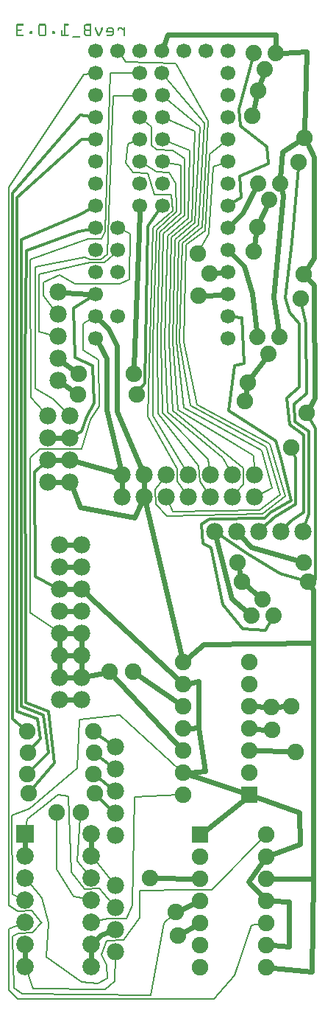
<source format=gbl>
G04 MADE WITH FRITZING*
G04 WWW.FRITZING.ORG*
G04 DOUBLE SIDED*
G04 HOLES PLATED*
G04 CONTOUR ON CENTER OF CONTOUR VECTOR*
%ASAXBY*%
%FSLAX23Y23*%
%MOIN*%
%OFA0B0*%
%SFA1.0B1.0*%
%ADD10C,0.078000*%
%ADD11C,0.075000*%
%ADD12C,0.079370*%
%ADD13C,0.074000*%
%ADD14C,0.066667*%
%ADD15R,0.079370X0.079370*%
%ADD16R,0.075000X0.075000*%
%ADD17C,0.008000*%
%ADD18C,0.024000*%
%ADD19C,0.012000*%
%ADD20C,0.007000*%
%ADD21C,0.006000*%
%ADD22R,0.001000X0.001000*%
%LNCOPPER0*%
G90*
G70*
G54D10*
X237Y3210D03*
X237Y3110D03*
X237Y3010D03*
X237Y2910D03*
X237Y2810D03*
X528Y2285D03*
X628Y2285D03*
X728Y2285D03*
X828Y2285D03*
X928Y2285D03*
X1028Y2285D03*
X1128Y2285D03*
X528Y2285D03*
X628Y2285D03*
X728Y2285D03*
X828Y2285D03*
X928Y2285D03*
X1028Y2285D03*
X1128Y2285D03*
X1128Y2385D03*
X1028Y2385D03*
X928Y2385D03*
X828Y2385D03*
X728Y2385D03*
X628Y2385D03*
X528Y2385D03*
G54D11*
X330Y2841D03*
X580Y2841D03*
X328Y2748D03*
X593Y2748D03*
G54D10*
X245Y2069D03*
X245Y1969D03*
X245Y1869D03*
X245Y1769D03*
X245Y1669D03*
X245Y1569D03*
X245Y1469D03*
X245Y1369D03*
X245Y2069D03*
X245Y1969D03*
X245Y1869D03*
X245Y1769D03*
X245Y1669D03*
X245Y1569D03*
X245Y1469D03*
X245Y1369D03*
X345Y1369D03*
X345Y1469D03*
X345Y1569D03*
X345Y1669D03*
X345Y1769D03*
X345Y1869D03*
X345Y1969D03*
X345Y2069D03*
G54D12*
X89Y762D03*
X389Y762D03*
X89Y662D03*
X389Y662D03*
X89Y562D03*
X389Y562D03*
X89Y462D03*
X389Y462D03*
X89Y362D03*
X389Y362D03*
X89Y262D03*
X389Y262D03*
X89Y162D03*
X389Y162D03*
G54D10*
X292Y2351D03*
X292Y2451D03*
X292Y2551D03*
X292Y2651D03*
X292Y2351D03*
X292Y2451D03*
X292Y2551D03*
X292Y2651D03*
X192Y2651D03*
X192Y2551D03*
X192Y2451D03*
X192Y2351D03*
G54D11*
X577Y1494D03*
X341Y857D03*
G54D13*
X1226Y4291D03*
X1176Y4216D03*
X1126Y4291D03*
G54D11*
X781Y300D03*
X1294Y1336D03*
G54D13*
X1244Y3701D03*
X1194Y3626D03*
X1144Y3701D03*
G54D11*
X1208Y1230D03*
X772Y407D03*
G54D13*
X1116Y1747D03*
X1166Y1822D03*
X1216Y1747D03*
G54D11*
X873Y3194D03*
X656Y561D03*
G54D13*
X1242Y3007D03*
X1192Y2932D03*
X1142Y3007D03*
G54D11*
X926Y3294D03*
X1313Y1132D03*
X1329Y3796D03*
X1117Y4008D03*
X870Y3384D03*
X1203Y1335D03*
X1337Y3181D03*
X1124Y3393D03*
X232Y859D03*
X472Y1493D03*
X1350Y1989D03*
X1050Y1989D03*
X1296Y2507D03*
X1084Y2719D03*
X1143Y4121D03*
X1355Y3909D03*
X1140Y3504D03*
X1352Y3291D03*
X1071Y1900D03*
X1371Y1900D03*
X1099Y2802D03*
X1366Y2664D03*
X403Y943D03*
X103Y943D03*
X399Y1031D03*
X99Y1031D03*
X401Y1129D03*
X101Y1129D03*
X398Y1223D03*
X98Y1223D03*
X1106Y937D03*
X806Y937D03*
X1106Y1037D03*
X806Y1037D03*
X1106Y1137D03*
X806Y1137D03*
X1106Y1237D03*
X806Y1237D03*
X1106Y1337D03*
X806Y1337D03*
X1106Y1437D03*
X806Y1437D03*
X1106Y1537D03*
X806Y1537D03*
X882Y758D03*
X1182Y758D03*
X882Y658D03*
X1182Y658D03*
X882Y558D03*
X1182Y558D03*
X882Y458D03*
X1182Y458D03*
X882Y358D03*
X1182Y358D03*
X882Y258D03*
X1182Y258D03*
X882Y158D03*
X1182Y158D03*
G54D10*
X497Y228D03*
X497Y328D03*
X497Y428D03*
X497Y528D03*
X947Y2128D03*
X1047Y2128D03*
X1147Y2128D03*
X1247Y2128D03*
X1347Y2128D03*
X497Y753D03*
X497Y853D03*
X497Y953D03*
X497Y1053D03*
X497Y1153D03*
G54D14*
X408Y4300D03*
X408Y4200D03*
X408Y4100D03*
X408Y4000D03*
X408Y3900D03*
X408Y3800D03*
X408Y3700D03*
X408Y3600D03*
X408Y3500D03*
X408Y3400D03*
X408Y3300D03*
X408Y3200D03*
X408Y3100D03*
X408Y3000D03*
X508Y3100D03*
X1008Y4300D03*
X1008Y4200D03*
X1008Y4100D03*
X1008Y4000D03*
X1008Y3900D03*
X1008Y3800D03*
X1008Y3700D03*
X1008Y3600D03*
X1008Y3500D03*
X1008Y3400D03*
X1008Y3300D03*
X1008Y3200D03*
X1008Y3100D03*
X1008Y3000D03*
X508Y3400D03*
X508Y3300D03*
X508Y3500D03*
X808Y4300D03*
X908Y4300D03*
X708Y4300D03*
X508Y4300D03*
X608Y4300D03*
X408Y4300D03*
X408Y4200D03*
X408Y4100D03*
X408Y4000D03*
X408Y3900D03*
X408Y3800D03*
X408Y3700D03*
X408Y3600D03*
X408Y3500D03*
X408Y3400D03*
X408Y3300D03*
X408Y3200D03*
X408Y3100D03*
X408Y3000D03*
X508Y3100D03*
X1008Y4300D03*
X1008Y4200D03*
X1008Y4100D03*
X1008Y4000D03*
X1008Y3900D03*
X1008Y3800D03*
X1008Y3700D03*
X1008Y3600D03*
X1008Y3500D03*
X1008Y3400D03*
X1008Y3300D03*
X1008Y3200D03*
X1008Y3100D03*
X1008Y3000D03*
X508Y3400D03*
X508Y3300D03*
X508Y3500D03*
X808Y4300D03*
X908Y4300D03*
X708Y4300D03*
X508Y4300D03*
X608Y4300D03*
X608Y4200D03*
X608Y4200D03*
X708Y4200D03*
X708Y4200D03*
X710Y4100D03*
X710Y4000D03*
X710Y3900D03*
X710Y3800D03*
X710Y3700D03*
X710Y3600D03*
X710Y4100D03*
X710Y4000D03*
X710Y3900D03*
X710Y3800D03*
X710Y3700D03*
X710Y3600D03*
X608Y4100D03*
X608Y4000D03*
X608Y3900D03*
X608Y3800D03*
X608Y3700D03*
X608Y3600D03*
X608Y4100D03*
X608Y4000D03*
X608Y3900D03*
X608Y3800D03*
X608Y3700D03*
X608Y3600D03*
G54D15*
X89Y762D03*
G54D16*
X1106Y937D03*
X882Y758D03*
G54D17*
X372Y581D02*
X325Y636D01*
D02*
X325Y636D02*
X339Y834D01*
G54D18*
D02*
X304Y2764D02*
X262Y2793D01*
G54D17*
D02*
X544Y4250D02*
X523Y4280D01*
D02*
X771Y4244D02*
X544Y4250D01*
D02*
X919Y3985D02*
X771Y4244D01*
D02*
X891Y3504D02*
X919Y3985D01*
D02*
X800Y3432D02*
X891Y3504D01*
D02*
X789Y2986D02*
X800Y3432D01*
D02*
X837Y2697D02*
X789Y2986D01*
D02*
X1181Y2510D02*
X837Y2697D01*
D02*
X1243Y2293D02*
X1181Y2510D01*
D02*
X1152Y2224D02*
X1243Y2293D01*
D02*
X759Y2217D02*
X1152Y2224D01*
D02*
X739Y2263D02*
X759Y2217D01*
D02*
X880Y2354D02*
X876Y2424D01*
D02*
X876Y2424D02*
X691Y2660D01*
D02*
X914Y2305D02*
X880Y2354D01*
D02*
X691Y2660D02*
X687Y2987D01*
D02*
X687Y2987D02*
X698Y3482D01*
D02*
X698Y3482D02*
X793Y3567D01*
D02*
X793Y3567D02*
X793Y3784D01*
D02*
X793Y3784D02*
X734Y3795D01*
G54D18*
D02*
X245Y1599D02*
X245Y1639D01*
D02*
X423Y2973D02*
X459Y2910D01*
D02*
X459Y2910D02*
X459Y2676D01*
D02*
X459Y2676D02*
X521Y2414D01*
D02*
X1074Y3569D02*
X1029Y3522D01*
D02*
X1131Y3677D02*
X1074Y3569D01*
G54D17*
D02*
X554Y3882D02*
X584Y3892D01*
D02*
X543Y3793D02*
X554Y3882D01*
D02*
X578Y3752D02*
X543Y3793D01*
D02*
X643Y3748D02*
X578Y3752D01*
D02*
X674Y3650D02*
X643Y3748D01*
D02*
X750Y3652D02*
X674Y3650D01*
D02*
X757Y3579D02*
X750Y3652D01*
D02*
X667Y3500D02*
X757Y3579D01*
D02*
X654Y2991D02*
X667Y3500D01*
D02*
X646Y2647D02*
X654Y2991D01*
D02*
X778Y2411D02*
X646Y2647D01*
D02*
X778Y2353D02*
X778Y2411D01*
D02*
X814Y2305D02*
X778Y2353D01*
G54D18*
D02*
X1136Y3475D02*
X1129Y3422D01*
D02*
X314Y2069D02*
X275Y2069D01*
D02*
X374Y1474D02*
X443Y1488D01*
D02*
X345Y1599D02*
X345Y1639D01*
D02*
X314Y1369D02*
X275Y1369D01*
D02*
X345Y1499D02*
X345Y1539D01*
D02*
X528Y2355D02*
X528Y2315D01*
D02*
X1116Y2826D02*
X1177Y2910D01*
G54D19*
D02*
X1100Y2024D02*
X968Y2114D01*
D02*
X1244Y1939D02*
X1100Y2024D01*
D02*
X1349Y1907D02*
X1244Y1939D01*
G54D18*
D02*
X854Y558D02*
X684Y561D01*
G54D17*
D02*
X350Y2948D02*
X350Y3067D01*
D02*
X350Y3067D02*
X386Y3087D01*
D02*
X422Y2903D02*
X350Y2948D01*
D02*
X425Y2695D02*
X422Y2903D01*
D02*
X386Y2633D02*
X425Y2695D01*
D02*
X343Y2502D02*
X386Y2633D01*
D02*
X154Y2500D02*
X343Y2502D01*
D02*
X111Y2460D02*
X154Y2500D01*
D02*
X111Y1761D02*
X111Y2460D01*
D02*
X224Y1683D02*
X111Y1761D01*
G54D18*
D02*
X906Y1044D02*
X834Y1039D01*
D02*
X873Y1241D02*
X906Y1044D01*
D02*
X834Y1239D02*
X873Y1241D01*
G54D19*
D02*
X384Y3495D02*
X330Y3484D01*
D02*
X330Y3484D02*
X93Y3398D01*
D02*
X93Y3398D02*
X89Y2893D01*
D02*
X89Y2893D02*
X90Y1353D01*
D02*
X90Y1353D02*
X195Y1314D01*
D02*
X195Y1314D02*
X222Y1080D01*
D02*
X222Y1080D02*
X118Y961D01*
G54D18*
D02*
X1079Y946D02*
X833Y1028D01*
G54D19*
D02*
X1313Y2460D02*
X1306Y2480D01*
D02*
X1315Y2250D02*
X1313Y2460D01*
D02*
X1222Y2195D02*
X1315Y2250D01*
D02*
X1166Y2144D02*
X1222Y2195D01*
G54D18*
D02*
X89Y693D02*
X89Y731D01*
D02*
X581Y2870D02*
X609Y3569D01*
D02*
X469Y317D02*
X433Y304D01*
D02*
X433Y304D02*
X411Y283D01*
D02*
X786Y1158D02*
X491Y1472D01*
D02*
X314Y1669D02*
X275Y1669D01*
D02*
X389Y693D02*
X389Y731D01*
G54D17*
D02*
X482Y547D02*
X405Y643D01*
G54D19*
D02*
X1071Y3095D02*
X1033Y3098D01*
D02*
X1080Y2886D02*
X1071Y3095D01*
D02*
X1037Y2878D02*
X1080Y2886D01*
D02*
X1011Y2673D02*
X1037Y2878D01*
D02*
X1224Y2539D02*
X1011Y2673D01*
D02*
X1248Y2456D02*
X1224Y2539D01*
D02*
X1293Y2267D02*
X1248Y2456D01*
D02*
X1202Y2213D02*
X1293Y2267D01*
D02*
X1174Y2189D02*
X1202Y2213D01*
D02*
X925Y2184D02*
X1174Y2189D01*
D02*
X889Y2161D02*
X925Y2184D01*
D02*
X896Y2074D02*
X889Y2161D01*
D02*
X931Y2054D02*
X896Y2074D01*
D02*
X985Y1798D02*
X931Y2054D01*
D02*
X1074Y1686D02*
X985Y1798D01*
D02*
X1178Y1682D02*
X1074Y1686D01*
D02*
X1205Y1728D02*
X1178Y1682D01*
D02*
X133Y1923D02*
X222Y1879D01*
D02*
X131Y2398D02*
X133Y1923D01*
D02*
X173Y2435D02*
X131Y2398D01*
D02*
X383Y4003D02*
X339Y4010D01*
D02*
X339Y4010D02*
X31Y3656D01*
D02*
X31Y3656D02*
X30Y2943D01*
D02*
X30Y2943D02*
X30Y1282D01*
D02*
X30Y1282D02*
X80Y1238D01*
G54D18*
D02*
X366Y1848D02*
X785Y1456D01*
D02*
X262Y2551D02*
X222Y2551D01*
D02*
X1285Y454D02*
X1211Y457D01*
D02*
X1285Y250D02*
X1285Y454D01*
D02*
X1211Y256D02*
X1285Y250D01*
D02*
X1111Y2058D02*
X1067Y2106D01*
D02*
X1322Y1997D02*
X1111Y2058D01*
G54D17*
D02*
X680Y2252D02*
X730Y2197D01*
D02*
X730Y2197D02*
X1163Y2208D01*
D02*
X678Y2317D02*
X680Y2252D01*
D02*
X1163Y2208D02*
X1267Y2286D01*
D02*
X714Y2365D02*
X678Y2317D01*
D02*
X1267Y2286D02*
X1198Y2524D01*
D02*
X1198Y2524D02*
X869Y2700D01*
D02*
X869Y2700D02*
X807Y2984D01*
D02*
X807Y2984D02*
X817Y3424D01*
D02*
X817Y3424D02*
X906Y3487D01*
D02*
X906Y3487D02*
X926Y3835D01*
D02*
X926Y3835D02*
X988Y3884D01*
G54D18*
D02*
X499Y2393D02*
X321Y2443D01*
D02*
X1152Y3530D02*
X1183Y3601D01*
D02*
X89Y231D02*
X89Y193D01*
D02*
X1364Y4298D02*
X1356Y3938D01*
D02*
X1253Y4292D02*
X1364Y4298D01*
D02*
X245Y1499D02*
X245Y1539D01*
D02*
X314Y1569D02*
X275Y1569D01*
G54D17*
D02*
X1127Y2410D02*
X1124Y2471D01*
D02*
X1124Y2471D02*
X780Y2678D01*
D02*
X780Y2678D02*
X757Y2987D01*
D02*
X757Y2987D02*
X769Y3447D01*
D02*
X769Y3447D02*
X859Y3523D01*
D02*
X859Y3523D02*
X881Y3956D01*
D02*
X881Y3956D02*
X729Y4084D01*
G54D18*
D02*
X1174Y1335D02*
X1135Y1336D01*
D02*
X782Y1353D02*
X601Y1478D01*
G54D19*
D02*
X383Y3901D02*
X344Y3902D01*
D02*
X344Y3902D02*
X50Y3639D01*
D02*
X50Y3639D02*
X50Y2922D01*
D02*
X50Y2922D02*
X51Y1313D01*
D02*
X51Y1313D02*
X144Y1281D01*
D02*
X144Y1281D02*
X159Y1191D01*
D02*
X159Y1191D02*
X117Y1146D01*
G54D18*
D02*
X616Y2413D02*
X504Y2671D01*
D02*
X504Y2671D02*
X504Y2969D01*
D02*
X504Y2969D02*
X463Y3048D01*
D02*
X463Y3048D02*
X430Y3079D01*
D02*
X1137Y4093D02*
X1124Y4036D01*
D02*
X1094Y2774D02*
X1089Y2747D01*
G54D19*
D02*
X479Y870D02*
X419Y927D01*
G54D18*
D02*
X1133Y927D02*
X1330Y858D01*
D02*
X1330Y858D02*
X1333Y713D01*
D02*
X1333Y713D02*
X1209Y667D01*
G54D17*
D02*
X333Y1276D02*
X519Y1298D01*
D02*
X519Y1298D02*
X789Y1052D01*
D02*
X326Y1058D02*
X333Y1276D01*
D02*
X108Y873D02*
X326Y1058D01*
D02*
X28Y843D02*
X108Y873D01*
D02*
X31Y487D02*
X28Y843D01*
D02*
X66Y472D02*
X31Y487D01*
G54D18*
D02*
X1258Y3648D02*
X1251Y3675D01*
D02*
X1214Y3189D02*
X1258Y3648D01*
D02*
X1238Y3034D02*
X1214Y3189D01*
G54D17*
D02*
X159Y874D02*
X98Y826D01*
D02*
X98Y826D02*
X92Y787D01*
D02*
X237Y936D02*
X159Y874D01*
D02*
X283Y931D02*
X237Y936D01*
D02*
X297Y589D02*
X283Y931D01*
D02*
X358Y511D02*
X297Y589D01*
D02*
X424Y513D02*
X358Y511D01*
D02*
X481Y447D02*
X424Y513D01*
G54D18*
D02*
X1266Y1336D02*
X1231Y1335D01*
D02*
X628Y2315D02*
X628Y2355D01*
D02*
X262Y2451D02*
X222Y2451D01*
D02*
X314Y1969D02*
X275Y1969D01*
D02*
X799Y1565D02*
X635Y2256D01*
G54D20*
D02*
X717Y359D02*
X754Y391D01*
D02*
X657Y32D02*
X717Y359D01*
D02*
X76Y36D02*
X657Y32D01*
D02*
X37Y65D02*
X76Y36D01*
D02*
X30Y299D02*
X37Y65D01*
D02*
X58Y311D02*
X30Y299D01*
D02*
X122Y313D02*
X58Y311D01*
D02*
X163Y361D02*
X122Y313D01*
D02*
X117Y413D02*
X162Y361D01*
D02*
X53Y411D02*
X117Y413D01*
D02*
X13Y436D02*
X53Y411D01*
D02*
X13Y2966D02*
X13Y436D01*
D02*
X15Y3684D02*
X13Y2966D01*
D02*
X353Y4195D02*
X15Y3684D01*
D02*
X383Y4197D02*
X353Y4195D01*
G54D18*
D02*
X262Y2351D02*
X222Y2351D01*
D02*
X978Y3297D02*
X955Y3296D01*
G54D17*
D02*
X1045Y2304D02*
X1078Y2342D01*
D02*
X1078Y2342D02*
X1078Y2413D01*
D02*
X1078Y2413D02*
X757Y2673D01*
D02*
X757Y2673D02*
X741Y2987D01*
D02*
X741Y2987D02*
X750Y3456D01*
D02*
X750Y3456D02*
X843Y3534D01*
D02*
X843Y3534D02*
X859Y3937D01*
D02*
X859Y3937D02*
X733Y3990D01*
G54D18*
D02*
X1081Y3328D02*
X1119Y3203D01*
D02*
X1119Y3203D02*
X1139Y3034D01*
D02*
X1030Y3378D02*
X1081Y3328D01*
G54D17*
D02*
X783Y936D02*
X586Y928D01*
D02*
X586Y928D02*
X574Y436D01*
D02*
X574Y436D02*
X549Y378D01*
D02*
X549Y378D02*
X464Y378D01*
D02*
X464Y378D02*
X413Y367D01*
G54D18*
D02*
X1397Y3820D02*
X1367Y3883D01*
D02*
X1397Y3364D02*
X1397Y3820D01*
D02*
X1367Y3316D02*
X1397Y3364D01*
D02*
X1179Y1232D02*
X1134Y1235D01*
G54D19*
D02*
X309Y3137D02*
X387Y3186D01*
D02*
X315Y2915D02*
X309Y3137D01*
D02*
X394Y2878D02*
X315Y2915D01*
D02*
X400Y2706D02*
X394Y2878D01*
D02*
X367Y2647D02*
X400Y2706D01*
D02*
X343Y2580D02*
X367Y2647D01*
D02*
X313Y2563D02*
X343Y2580D01*
G54D17*
D02*
X1016Y2406D02*
X983Y2460D01*
D02*
X983Y2460D02*
X733Y2669D01*
D02*
X733Y2669D02*
X722Y2989D01*
D02*
X722Y2989D02*
X733Y3465D01*
D02*
X733Y3465D02*
X828Y3545D01*
D02*
X828Y3545D02*
X835Y3850D01*
D02*
X835Y3850D02*
X733Y3891D01*
G54D18*
D02*
X1152Y4148D02*
X1167Y4191D01*
G54D19*
D02*
X1403Y1911D02*
X1393Y1908D01*
D02*
X1403Y2595D02*
X1403Y1911D01*
D02*
X1376Y2644D02*
X1403Y2595D01*
G54D17*
D02*
X661Y3958D02*
X628Y3984D01*
D02*
X661Y3873D02*
X661Y3958D01*
D02*
X683Y3854D02*
X661Y3873D01*
D02*
X759Y3850D02*
X683Y3854D01*
D02*
X811Y3815D02*
X759Y3850D01*
D02*
X810Y3557D02*
X811Y3815D01*
D02*
X715Y3474D02*
X810Y3557D01*
D02*
X706Y2993D02*
X715Y3474D01*
D02*
X711Y2663D02*
X706Y2993D01*
D02*
X919Y2454D02*
X711Y2663D01*
D02*
X925Y2409D02*
X919Y2454D01*
G54D19*
D02*
X1297Y3434D02*
X1327Y3773D01*
D02*
X1267Y3184D02*
X1297Y3434D01*
D02*
X1289Y3119D02*
X1267Y3184D01*
D02*
X1330Y3067D02*
X1289Y3119D01*
D02*
X1331Y2780D02*
X1330Y3067D01*
D02*
X1276Y2730D02*
X1331Y2780D01*
D02*
X1289Y2610D02*
X1276Y2730D01*
D02*
X1350Y2563D02*
X1289Y2610D01*
D02*
X1352Y2215D02*
X1350Y2563D01*
D02*
X1300Y2182D02*
X1352Y2215D01*
D02*
X1264Y2146D02*
X1300Y2182D01*
G54D18*
D02*
X873Y1241D02*
X834Y1239D01*
D02*
X873Y1450D02*
X873Y1241D01*
D02*
X834Y1442D02*
X873Y1450D01*
G54D19*
D02*
X477Y1167D02*
X416Y1210D01*
D02*
X695Y3580D02*
X643Y3508D01*
D02*
X643Y3508D02*
X630Y2798D01*
D02*
X630Y2798D02*
X606Y2767D01*
G54D18*
D02*
X267Y3208D02*
X378Y3202D01*
G54D19*
D02*
X1361Y3069D02*
X1342Y3159D01*
D02*
X1365Y2752D02*
X1361Y3069D01*
D02*
X1309Y2704D02*
X1365Y2752D01*
D02*
X1311Y2623D02*
X1309Y2704D01*
D02*
X1374Y2582D02*
X1311Y2623D01*
D02*
X1376Y2206D02*
X1374Y2582D01*
D02*
X1356Y2151D02*
X1376Y2206D01*
G54D18*
D02*
X857Y344D02*
X805Y314D01*
D02*
X339Y2237D02*
X583Y2191D01*
D02*
X583Y2191D02*
X615Y2258D01*
D02*
X303Y2323D02*
X339Y2237D01*
D02*
X307Y2858D02*
X261Y2892D01*
D02*
X856Y446D02*
X798Y419D01*
D02*
X1389Y139D02*
X1211Y155D01*
D02*
X1393Y558D02*
X1389Y139D01*
D02*
X1211Y558D02*
X1393Y558D01*
D02*
X1393Y558D02*
X1394Y1625D01*
D02*
X1394Y1625D02*
X1393Y1865D01*
D02*
X1393Y1865D02*
X1386Y1876D01*
D02*
X1394Y1625D02*
X898Y1617D01*
D02*
X898Y1617D02*
X828Y1556D01*
G54D17*
D02*
X230Y602D02*
X231Y836D01*
D02*
X307Y476D02*
X230Y602D01*
D02*
X364Y467D02*
X307Y476D01*
G54D21*
D02*
X449Y3343D02*
X490Y3382D01*
D02*
X386Y3343D02*
X449Y3343D01*
D02*
X350Y3339D02*
X386Y3343D01*
D02*
X151Y3291D02*
X350Y3339D01*
D02*
X151Y3030D02*
X151Y3291D01*
D02*
X213Y3015D02*
X151Y3030D01*
G54D19*
D02*
X1029Y3614D02*
X1067Y3639D01*
D02*
X1067Y3639D02*
X1061Y3734D01*
D02*
X1061Y3734D02*
X1192Y3792D01*
D02*
X1192Y3792D02*
X1186Y3867D01*
D02*
X1186Y3867D02*
X1064Y3961D01*
D02*
X1064Y3961D02*
X1058Y4036D01*
D02*
X1058Y4036D02*
X1121Y4270D01*
D02*
X478Y968D02*
X417Y1016D01*
G54D17*
D02*
X1151Y2295D02*
X1209Y2323D01*
D02*
X1209Y2323D02*
X1161Y2493D01*
D02*
X1161Y2493D02*
X807Y2686D01*
D02*
X807Y2686D02*
X774Y2987D01*
D02*
X774Y2987D02*
X783Y3439D01*
D02*
X783Y3439D02*
X874Y3513D01*
D02*
X874Y3513D02*
X900Y3973D01*
D02*
X900Y3973D02*
X726Y4181D01*
G54D21*
D02*
X215Y2728D02*
X275Y2668D01*
D02*
X133Y2774D02*
X215Y2728D01*
D02*
X133Y3324D02*
X133Y2774D01*
D02*
X359Y3367D02*
X133Y3324D01*
D02*
X386Y3356D02*
X359Y3367D01*
D02*
X430Y3357D02*
X386Y3356D01*
D02*
X461Y3382D02*
X430Y3357D01*
D02*
X487Y4098D02*
X461Y3382D01*
D02*
X583Y4099D02*
X487Y4098D01*
G54D17*
D02*
X497Y204D02*
X496Y95D01*
D02*
X496Y95D02*
X452Y56D01*
D02*
X452Y56D02*
X126Y61D01*
D02*
X126Y61D02*
X97Y139D01*
G54D18*
D02*
X314Y1869D02*
X275Y1869D01*
G54D17*
D02*
X1166Y741D02*
X936Y509D01*
D02*
X936Y509D02*
X828Y509D01*
D02*
X828Y509D02*
X608Y503D01*
D02*
X608Y503D02*
X608Y381D01*
D02*
X608Y381D02*
X533Y280D01*
D02*
X533Y280D02*
X457Y276D01*
D02*
X457Y276D02*
X436Y214D01*
D02*
X461Y106D02*
X419Y84D01*
D02*
X436Y214D02*
X457Y167D01*
D02*
X457Y167D02*
X461Y106D01*
D02*
X419Y84D02*
X346Y91D01*
D02*
X346Y91D02*
X183Y204D01*
D02*
X183Y204D02*
X194Y358D01*
D02*
X194Y358D02*
X165Y471D01*
D02*
X165Y471D02*
X105Y543D01*
G54D18*
D02*
X1163Y478D02*
X1100Y545D01*
D02*
X1100Y545D02*
X1165Y634D01*
D02*
X1084Y919D02*
X904Y775D01*
G54D17*
D02*
X222Y3129D02*
X171Y3193D01*
D02*
X171Y3193D02*
X171Y3253D01*
D02*
X171Y3253D02*
X244Y3288D01*
D02*
X244Y3288D02*
X314Y3249D01*
D02*
X314Y3249D02*
X517Y3246D01*
D02*
X517Y3246D02*
X561Y3266D01*
D02*
X561Y3266D02*
X564Y3475D01*
D02*
X564Y3475D02*
X531Y3490D01*
G54D19*
D02*
X115Y1047D02*
X193Y1128D01*
D02*
X193Y1128D02*
X170Y1299D01*
D02*
X170Y1299D02*
X70Y1337D01*
D02*
X70Y1337D02*
X70Y2907D01*
D02*
X70Y2907D02*
X70Y3447D01*
D02*
X70Y3447D02*
X337Y3561D01*
D02*
X337Y3561D02*
X386Y3588D01*
G54D18*
D02*
X314Y1469D02*
X275Y1469D01*
D02*
X1397Y3242D02*
X1372Y3270D01*
D02*
X1400Y2730D02*
X1397Y3242D01*
D02*
X1379Y2689D02*
X1400Y2730D01*
D02*
X389Y231D02*
X389Y193D01*
D02*
X1093Y1882D02*
X1145Y1839D01*
G54D19*
D02*
X478Y1068D02*
X419Y1115D01*
G54D18*
D02*
X1065Y1928D02*
X1057Y1961D01*
D02*
X902Y3195D02*
X978Y3198D01*
G54D20*
D02*
X583Y4200D02*
X475Y4201D01*
D02*
X475Y4201D02*
X452Y3484D01*
D02*
X452Y3484D02*
X436Y3451D01*
D02*
X436Y3451D02*
X375Y3450D01*
X375Y3450D02*
X111Y3358D01*
D02*
X111Y3358D02*
X115Y2734D01*
D02*
X115Y2734D02*
X175Y2669D01*
G54D18*
D02*
X1253Y3845D02*
X1246Y3728D01*
D02*
X1331Y3894D02*
X1253Y3845D01*
G54D17*
D02*
X1115Y348D02*
X1159Y354D01*
D02*
X1037Y121D02*
X1115Y348D01*
D02*
X943Y15D02*
X1037Y121D01*
D02*
X54Y15D02*
X943Y15D01*
D02*
X14Y53D02*
X54Y15D01*
D02*
X14Y331D02*
X14Y53D01*
D02*
X65Y352D02*
X14Y331D01*
G54D18*
D02*
X314Y1769D02*
X275Y1769D01*
G54D17*
D02*
X685Y3754D02*
X630Y3787D01*
D02*
X741Y3752D02*
X685Y3754D01*
D02*
X772Y3702D02*
X741Y3752D01*
D02*
X775Y3574D02*
X772Y3702D01*
D02*
X683Y3491D02*
X775Y3574D01*
D02*
X669Y2991D02*
X683Y3491D01*
D02*
X669Y2652D02*
X669Y2991D01*
D02*
X816Y2406D02*
X669Y2652D01*
D02*
X942Y3778D02*
X922Y3475D01*
D02*
X922Y3475D02*
X882Y3404D01*
D02*
X984Y3792D02*
X942Y3778D01*
G54D18*
D02*
X1225Y4375D02*
X1226Y4318D01*
D02*
X733Y4373D02*
X1225Y4375D01*
D02*
X718Y4329D02*
X733Y4373D01*
D02*
X1026Y1824D02*
X955Y2099D01*
D02*
X1095Y1764D02*
X1026Y1824D01*
D02*
X1285Y1133D02*
X1135Y1136D01*
G54D22*
X51Y4422D02*
X79Y4422D01*
X153Y4422D02*
X179Y4422D01*
X266Y4422D02*
X284Y4422D01*
X364Y4422D02*
X388Y4422D01*
X49Y4421D02*
X80Y4421D01*
X152Y4421D02*
X181Y4421D01*
X266Y4421D02*
X285Y4421D01*
X362Y4421D02*
X388Y4421D01*
X48Y4420D02*
X81Y4420D01*
X151Y4420D02*
X182Y4420D01*
X266Y4420D02*
X286Y4420D01*
X360Y4420D02*
X388Y4420D01*
X48Y4419D02*
X81Y4419D01*
X150Y4419D02*
X182Y4419D01*
X266Y4419D02*
X286Y4419D01*
X359Y4419D02*
X388Y4419D01*
X47Y4418D02*
X81Y4418D01*
X150Y4418D02*
X183Y4418D01*
X266Y4418D02*
X286Y4418D01*
X358Y4418D02*
X388Y4418D01*
X47Y4417D02*
X80Y4417D01*
X149Y4417D02*
X183Y4417D01*
X266Y4417D02*
X285Y4417D01*
X357Y4417D02*
X388Y4417D01*
X47Y4416D02*
X79Y4416D01*
X149Y4416D02*
X183Y4416D01*
X266Y4416D02*
X284Y4416D01*
X356Y4416D02*
X388Y4416D01*
X47Y4415D02*
X53Y4415D01*
X149Y4415D02*
X155Y4415D01*
X177Y4415D02*
X183Y4415D01*
X266Y4415D02*
X272Y4415D01*
X356Y4415D02*
X365Y4415D01*
X382Y4415D02*
X388Y4415D01*
X47Y4414D02*
X53Y4414D01*
X149Y4414D02*
X155Y4414D01*
X177Y4414D02*
X183Y4414D01*
X266Y4414D02*
X272Y4414D01*
X355Y4414D02*
X363Y4414D01*
X382Y4414D02*
X388Y4414D01*
X47Y4413D02*
X53Y4413D01*
X149Y4413D02*
X155Y4413D01*
X177Y4413D02*
X183Y4413D01*
X266Y4413D02*
X272Y4413D01*
X355Y4413D02*
X362Y4413D01*
X382Y4413D02*
X388Y4413D01*
X47Y4412D02*
X53Y4412D01*
X149Y4412D02*
X155Y4412D01*
X177Y4412D02*
X183Y4412D01*
X266Y4412D02*
X272Y4412D01*
X355Y4412D02*
X361Y4412D01*
X382Y4412D02*
X388Y4412D01*
X47Y4411D02*
X53Y4411D01*
X149Y4411D02*
X155Y4411D01*
X177Y4411D02*
X183Y4411D01*
X266Y4411D02*
X272Y4411D01*
X354Y4411D02*
X361Y4411D01*
X382Y4411D02*
X388Y4411D01*
X47Y4410D02*
X53Y4410D01*
X149Y4410D02*
X155Y4410D01*
X177Y4410D02*
X183Y4410D01*
X266Y4410D02*
X272Y4410D01*
X354Y4410D02*
X360Y4410D01*
X382Y4410D02*
X388Y4410D01*
X47Y4409D02*
X53Y4409D01*
X149Y4409D02*
X155Y4409D01*
X177Y4409D02*
X183Y4409D01*
X266Y4409D02*
X272Y4409D01*
X354Y4409D02*
X360Y4409D01*
X382Y4409D02*
X388Y4409D01*
X47Y4408D02*
X53Y4408D01*
X149Y4408D02*
X155Y4408D01*
X177Y4408D02*
X183Y4408D01*
X266Y4408D02*
X272Y4408D01*
X354Y4408D02*
X360Y4408D01*
X382Y4408D02*
X388Y4408D01*
X47Y4407D02*
X53Y4407D01*
X149Y4407D02*
X155Y4407D01*
X177Y4407D02*
X183Y4407D01*
X266Y4407D02*
X272Y4407D01*
X354Y4407D02*
X360Y4407D01*
X382Y4407D02*
X388Y4407D01*
X407Y4407D02*
X410Y4407D01*
X435Y4407D02*
X438Y4407D01*
X466Y4407D02*
X481Y4407D01*
X515Y4407D02*
X526Y4407D01*
X538Y4407D02*
X540Y4407D01*
X47Y4406D02*
X53Y4406D01*
X149Y4406D02*
X155Y4406D01*
X177Y4406D02*
X183Y4406D01*
X266Y4406D02*
X272Y4406D01*
X354Y4406D02*
X360Y4406D01*
X382Y4406D02*
X388Y4406D01*
X406Y4406D02*
X411Y4406D01*
X434Y4406D02*
X439Y4406D01*
X464Y4406D02*
X483Y4406D01*
X513Y4406D02*
X528Y4406D01*
X536Y4406D02*
X541Y4406D01*
X47Y4405D02*
X53Y4405D01*
X149Y4405D02*
X155Y4405D01*
X177Y4405D02*
X183Y4405D01*
X266Y4405D02*
X272Y4405D01*
X354Y4405D02*
X360Y4405D01*
X382Y4405D02*
X388Y4405D01*
X405Y4405D02*
X411Y4405D01*
X434Y4405D02*
X439Y4405D01*
X463Y4405D02*
X484Y4405D01*
X511Y4405D02*
X529Y4405D01*
X536Y4405D02*
X542Y4405D01*
X47Y4404D02*
X53Y4404D01*
X149Y4404D02*
X155Y4404D01*
X177Y4404D02*
X183Y4404D01*
X266Y4404D02*
X272Y4404D01*
X354Y4404D02*
X360Y4404D01*
X382Y4404D02*
X388Y4404D01*
X405Y4404D02*
X411Y4404D01*
X433Y4404D02*
X439Y4404D01*
X461Y4404D02*
X486Y4404D01*
X510Y4404D02*
X530Y4404D01*
X536Y4404D02*
X542Y4404D01*
X47Y4403D02*
X53Y4403D01*
X149Y4403D02*
X155Y4403D01*
X177Y4403D02*
X183Y4403D01*
X266Y4403D02*
X272Y4403D01*
X354Y4403D02*
X361Y4403D01*
X382Y4403D02*
X388Y4403D01*
X405Y4403D02*
X411Y4403D01*
X433Y4403D02*
X439Y4403D01*
X460Y4403D02*
X487Y4403D01*
X510Y4403D02*
X531Y4403D01*
X536Y4403D02*
X542Y4403D01*
X47Y4402D02*
X53Y4402D01*
X149Y4402D02*
X155Y4402D01*
X177Y4402D02*
X183Y4402D01*
X266Y4402D02*
X272Y4402D01*
X354Y4402D02*
X361Y4402D01*
X382Y4402D02*
X388Y4402D01*
X405Y4402D02*
X411Y4402D01*
X433Y4402D02*
X439Y4402D01*
X459Y4402D02*
X488Y4402D01*
X509Y4402D02*
X532Y4402D01*
X536Y4402D02*
X542Y4402D01*
X47Y4401D02*
X53Y4401D01*
X149Y4401D02*
X155Y4401D01*
X177Y4401D02*
X183Y4401D01*
X266Y4401D02*
X272Y4401D01*
X355Y4401D02*
X362Y4401D01*
X382Y4401D02*
X388Y4401D01*
X405Y4401D02*
X411Y4401D01*
X433Y4401D02*
X439Y4401D01*
X458Y4401D02*
X489Y4401D01*
X508Y4401D02*
X533Y4401D01*
X536Y4401D02*
X542Y4401D01*
X47Y4400D02*
X54Y4400D01*
X149Y4400D02*
X155Y4400D01*
X177Y4400D02*
X183Y4400D01*
X266Y4400D02*
X272Y4400D01*
X355Y4400D02*
X363Y4400D01*
X382Y4400D02*
X388Y4400D01*
X405Y4400D02*
X411Y4400D01*
X433Y4400D02*
X439Y4400D01*
X458Y4400D02*
X467Y4400D01*
X480Y4400D02*
X489Y4400D01*
X508Y4400D02*
X516Y4400D01*
X525Y4400D02*
X542Y4400D01*
X47Y4399D02*
X55Y4399D01*
X149Y4399D02*
X155Y4399D01*
X177Y4399D02*
X183Y4399D01*
X266Y4399D02*
X272Y4399D01*
X356Y4399D02*
X365Y4399D01*
X382Y4399D02*
X388Y4399D01*
X405Y4399D02*
X411Y4399D01*
X433Y4399D02*
X439Y4399D01*
X457Y4399D02*
X465Y4399D01*
X482Y4399D02*
X490Y4399D01*
X508Y4399D02*
X515Y4399D01*
X526Y4399D02*
X542Y4399D01*
X47Y4398D02*
X72Y4398D01*
X149Y4398D02*
X155Y4398D01*
X177Y4398D02*
X183Y4398D01*
X266Y4398D02*
X272Y4398D01*
X356Y4398D02*
X388Y4398D01*
X405Y4398D02*
X412Y4398D01*
X433Y4398D02*
X439Y4398D01*
X457Y4398D02*
X464Y4398D01*
X483Y4398D02*
X490Y4398D01*
X508Y4398D02*
X514Y4398D01*
X527Y4398D02*
X542Y4398D01*
X48Y4397D02*
X73Y4397D01*
X149Y4397D02*
X155Y4397D01*
X177Y4397D02*
X183Y4397D01*
X266Y4397D02*
X272Y4397D01*
X357Y4397D02*
X388Y4397D01*
X405Y4397D02*
X412Y4397D01*
X433Y4397D02*
X439Y4397D01*
X457Y4397D02*
X463Y4397D01*
X484Y4397D02*
X490Y4397D01*
X508Y4397D02*
X514Y4397D01*
X528Y4397D02*
X542Y4397D01*
X49Y4396D02*
X74Y4396D01*
X149Y4396D02*
X155Y4396D01*
X177Y4396D02*
X183Y4396D01*
X266Y4396D02*
X272Y4396D01*
X358Y4396D02*
X388Y4396D01*
X406Y4396D02*
X413Y4396D01*
X432Y4396D02*
X439Y4396D01*
X457Y4396D02*
X463Y4396D01*
X484Y4396D02*
X491Y4396D01*
X508Y4396D02*
X514Y4396D01*
X529Y4396D02*
X542Y4396D01*
X49Y4395D02*
X74Y4395D01*
X149Y4395D02*
X155Y4395D01*
X177Y4395D02*
X183Y4395D01*
X266Y4395D02*
X272Y4395D01*
X359Y4395D02*
X388Y4395D01*
X406Y4395D02*
X413Y4395D01*
X432Y4395D02*
X439Y4395D01*
X456Y4395D02*
X463Y4395D01*
X485Y4395D02*
X491Y4395D01*
X508Y4395D02*
X514Y4395D01*
X530Y4395D02*
X542Y4395D01*
X49Y4394D02*
X74Y4394D01*
X149Y4394D02*
X155Y4394D01*
X177Y4394D02*
X183Y4394D01*
X266Y4394D02*
X272Y4394D01*
X358Y4394D02*
X388Y4394D01*
X407Y4394D02*
X413Y4394D01*
X431Y4394D02*
X438Y4394D01*
X456Y4394D02*
X463Y4394D01*
X485Y4394D02*
X491Y4394D01*
X508Y4394D02*
X514Y4394D01*
X531Y4394D02*
X542Y4394D01*
X48Y4393D02*
X73Y4393D01*
X149Y4393D02*
X155Y4393D01*
X177Y4393D02*
X183Y4393D01*
X266Y4393D02*
X272Y4393D01*
X357Y4393D02*
X388Y4393D01*
X407Y4393D02*
X414Y4393D01*
X431Y4393D02*
X438Y4393D01*
X456Y4393D02*
X463Y4393D01*
X485Y4393D02*
X491Y4393D01*
X508Y4393D02*
X513Y4393D01*
X533Y4393D02*
X542Y4393D01*
X48Y4392D02*
X72Y4392D01*
X149Y4392D02*
X155Y4392D01*
X177Y4392D02*
X183Y4392D01*
X253Y4392D02*
X256Y4392D01*
X266Y4392D02*
X272Y4392D01*
X356Y4392D02*
X388Y4392D01*
X408Y4392D02*
X414Y4392D01*
X430Y4392D02*
X437Y4392D01*
X456Y4392D02*
X463Y4392D01*
X485Y4392D02*
X491Y4392D01*
X509Y4392D02*
X512Y4392D01*
X534Y4392D02*
X542Y4392D01*
X47Y4391D02*
X55Y4391D01*
X149Y4391D02*
X155Y4391D01*
X177Y4391D02*
X183Y4391D01*
X252Y4391D02*
X257Y4391D01*
X266Y4391D02*
X272Y4391D01*
X356Y4391D02*
X365Y4391D01*
X382Y4391D02*
X388Y4391D01*
X408Y4391D02*
X415Y4391D01*
X430Y4391D02*
X437Y4391D01*
X456Y4391D02*
X463Y4391D01*
X485Y4391D02*
X491Y4391D01*
X535Y4391D02*
X542Y4391D01*
X47Y4390D02*
X54Y4390D01*
X149Y4390D02*
X155Y4390D01*
X177Y4390D02*
X183Y4390D01*
X252Y4390D02*
X257Y4390D01*
X266Y4390D02*
X272Y4390D01*
X355Y4390D02*
X363Y4390D01*
X382Y4390D02*
X388Y4390D01*
X408Y4390D02*
X415Y4390D01*
X430Y4390D02*
X436Y4390D01*
X456Y4390D02*
X463Y4390D01*
X485Y4390D02*
X491Y4390D01*
X536Y4390D02*
X542Y4390D01*
X47Y4389D02*
X53Y4389D01*
X110Y4389D02*
X120Y4389D01*
X149Y4389D02*
X155Y4389D01*
X177Y4389D02*
X183Y4389D01*
X213Y4389D02*
X222Y4389D01*
X252Y4389D02*
X258Y4389D01*
X266Y4389D02*
X272Y4389D01*
X355Y4389D02*
X362Y4389D01*
X382Y4389D02*
X388Y4389D01*
X409Y4389D02*
X416Y4389D01*
X429Y4389D02*
X436Y4389D01*
X456Y4389D02*
X491Y4389D01*
X536Y4389D02*
X542Y4389D01*
X47Y4388D02*
X53Y4388D01*
X109Y4388D02*
X121Y4388D01*
X149Y4388D02*
X155Y4388D01*
X177Y4388D02*
X183Y4388D01*
X212Y4388D02*
X223Y4388D01*
X252Y4388D02*
X258Y4388D01*
X266Y4388D02*
X272Y4388D01*
X355Y4388D02*
X361Y4388D01*
X382Y4388D02*
X388Y4388D01*
X409Y4388D02*
X416Y4388D01*
X429Y4388D02*
X435Y4388D01*
X456Y4388D02*
X491Y4388D01*
X536Y4388D02*
X542Y4388D01*
X47Y4387D02*
X53Y4387D01*
X109Y4387D02*
X121Y4387D01*
X149Y4387D02*
X155Y4387D01*
X177Y4387D02*
X183Y4387D01*
X211Y4387D02*
X224Y4387D01*
X252Y4387D02*
X258Y4387D01*
X266Y4387D02*
X272Y4387D01*
X354Y4387D02*
X361Y4387D01*
X382Y4387D02*
X388Y4387D01*
X410Y4387D02*
X417Y4387D01*
X428Y4387D02*
X435Y4387D01*
X456Y4387D02*
X491Y4387D01*
X536Y4387D02*
X542Y4387D01*
X47Y4386D02*
X53Y4386D01*
X108Y4386D02*
X122Y4386D01*
X149Y4386D02*
X155Y4386D01*
X177Y4386D02*
X183Y4386D01*
X211Y4386D02*
X224Y4386D01*
X252Y4386D02*
X258Y4386D01*
X266Y4386D02*
X272Y4386D01*
X354Y4386D02*
X360Y4386D01*
X382Y4386D02*
X388Y4386D01*
X410Y4386D02*
X417Y4386D01*
X428Y4386D02*
X435Y4386D01*
X456Y4386D02*
X491Y4386D01*
X536Y4386D02*
X542Y4386D01*
X47Y4385D02*
X53Y4385D01*
X108Y4385D02*
X122Y4385D01*
X149Y4385D02*
X155Y4385D01*
X177Y4385D02*
X183Y4385D01*
X211Y4385D02*
X224Y4385D01*
X252Y4385D02*
X258Y4385D01*
X266Y4385D02*
X272Y4385D01*
X354Y4385D02*
X360Y4385D01*
X382Y4385D02*
X388Y4385D01*
X411Y4385D02*
X417Y4385D01*
X427Y4385D02*
X434Y4385D01*
X457Y4385D02*
X491Y4385D01*
X536Y4385D02*
X542Y4385D01*
X47Y4384D02*
X53Y4384D01*
X108Y4384D02*
X122Y4384D01*
X149Y4384D02*
X155Y4384D01*
X177Y4384D02*
X183Y4384D01*
X211Y4384D02*
X224Y4384D01*
X252Y4384D02*
X258Y4384D01*
X266Y4384D02*
X272Y4384D01*
X354Y4384D02*
X360Y4384D01*
X382Y4384D02*
X388Y4384D01*
X411Y4384D02*
X418Y4384D01*
X427Y4384D02*
X434Y4384D01*
X457Y4384D02*
X491Y4384D01*
X536Y4384D02*
X542Y4384D01*
X47Y4383D02*
X53Y4383D01*
X108Y4383D02*
X122Y4383D01*
X149Y4383D02*
X155Y4383D01*
X177Y4383D02*
X183Y4383D01*
X211Y4383D02*
X224Y4383D01*
X252Y4383D02*
X258Y4383D01*
X266Y4383D02*
X272Y4383D01*
X354Y4383D02*
X360Y4383D01*
X382Y4383D02*
X388Y4383D01*
X411Y4383D02*
X418Y4383D01*
X427Y4383D02*
X433Y4383D01*
X458Y4383D02*
X491Y4383D01*
X536Y4383D02*
X542Y4383D01*
X47Y4382D02*
X53Y4382D01*
X108Y4382D02*
X122Y4382D01*
X149Y4382D02*
X155Y4382D01*
X177Y4382D02*
X183Y4382D01*
X211Y4382D02*
X224Y4382D01*
X252Y4382D02*
X258Y4382D01*
X266Y4382D02*
X272Y4382D01*
X354Y4382D02*
X360Y4382D01*
X382Y4382D02*
X388Y4382D01*
X412Y4382D02*
X419Y4382D01*
X426Y4382D02*
X433Y4382D01*
X484Y4382D02*
X491Y4382D01*
X536Y4382D02*
X542Y4382D01*
X47Y4381D02*
X53Y4381D01*
X108Y4381D02*
X122Y4381D01*
X149Y4381D02*
X155Y4381D01*
X177Y4381D02*
X183Y4381D01*
X211Y4381D02*
X224Y4381D01*
X252Y4381D02*
X258Y4381D01*
X266Y4381D02*
X272Y4381D01*
X354Y4381D02*
X360Y4381D01*
X382Y4381D02*
X388Y4381D01*
X412Y4381D02*
X419Y4381D01*
X426Y4381D02*
X432Y4381D01*
X485Y4381D02*
X491Y4381D01*
X536Y4381D02*
X542Y4381D01*
X47Y4380D02*
X53Y4380D01*
X108Y4380D02*
X122Y4380D01*
X149Y4380D02*
X155Y4380D01*
X177Y4380D02*
X183Y4380D01*
X211Y4380D02*
X224Y4380D01*
X252Y4380D02*
X258Y4380D01*
X266Y4380D02*
X272Y4380D01*
X354Y4380D02*
X360Y4380D01*
X382Y4380D02*
X388Y4380D01*
X413Y4380D02*
X420Y4380D01*
X425Y4380D02*
X432Y4380D01*
X485Y4380D02*
X491Y4380D01*
X536Y4380D02*
X542Y4380D01*
X47Y4379D02*
X53Y4379D01*
X109Y4379D02*
X121Y4379D01*
X149Y4379D02*
X155Y4379D01*
X177Y4379D02*
X183Y4379D01*
X211Y4379D02*
X224Y4379D01*
X252Y4379D02*
X258Y4379D01*
X266Y4379D02*
X272Y4379D01*
X354Y4379D02*
X361Y4379D01*
X382Y4379D02*
X388Y4379D01*
X413Y4379D02*
X420Y4379D01*
X425Y4379D02*
X432Y4379D01*
X484Y4379D02*
X491Y4379D01*
X536Y4379D02*
X542Y4379D01*
X47Y4378D02*
X53Y4378D01*
X109Y4378D02*
X121Y4378D01*
X149Y4378D02*
X155Y4378D01*
X177Y4378D02*
X183Y4378D01*
X212Y4378D02*
X223Y4378D01*
X252Y4378D02*
X258Y4378D01*
X266Y4378D02*
X272Y4378D01*
X355Y4378D02*
X361Y4378D01*
X382Y4378D02*
X388Y4378D01*
X414Y4378D02*
X420Y4378D01*
X424Y4378D02*
X431Y4378D01*
X484Y4378D02*
X490Y4378D01*
X536Y4378D02*
X542Y4378D01*
X47Y4377D02*
X53Y4377D01*
X110Y4377D02*
X120Y4377D01*
X149Y4377D02*
X155Y4377D01*
X177Y4377D02*
X183Y4377D01*
X213Y4377D02*
X222Y4377D01*
X252Y4377D02*
X258Y4377D01*
X266Y4377D02*
X272Y4377D01*
X355Y4377D02*
X362Y4377D01*
X382Y4377D02*
X388Y4377D01*
X414Y4377D02*
X421Y4377D01*
X424Y4377D02*
X431Y4377D01*
X483Y4377D02*
X490Y4377D01*
X536Y4377D02*
X542Y4377D01*
X47Y4376D02*
X53Y4376D01*
X149Y4376D02*
X155Y4376D01*
X177Y4376D02*
X183Y4376D01*
X252Y4376D02*
X258Y4376D01*
X266Y4376D02*
X272Y4376D01*
X355Y4376D02*
X363Y4376D01*
X382Y4376D02*
X388Y4376D01*
X415Y4376D02*
X421Y4376D01*
X423Y4376D02*
X430Y4376D01*
X482Y4376D02*
X490Y4376D01*
X536Y4376D02*
X542Y4376D01*
X47Y4375D02*
X53Y4375D01*
X149Y4375D02*
X155Y4375D01*
X177Y4375D02*
X183Y4375D01*
X252Y4375D02*
X258Y4375D01*
X266Y4375D02*
X272Y4375D01*
X356Y4375D02*
X365Y4375D01*
X382Y4375D02*
X388Y4375D01*
X415Y4375D02*
X430Y4375D01*
X480Y4375D02*
X489Y4375D01*
X536Y4375D02*
X542Y4375D01*
X47Y4374D02*
X79Y4374D01*
X149Y4374D02*
X183Y4374D01*
X252Y4374D02*
X284Y4374D01*
X356Y4374D02*
X388Y4374D01*
X415Y4374D02*
X429Y4374D01*
X458Y4374D02*
X489Y4374D01*
X536Y4374D02*
X542Y4374D01*
X47Y4373D02*
X80Y4373D01*
X149Y4373D02*
X183Y4373D01*
X252Y4373D02*
X285Y4373D01*
X357Y4373D02*
X388Y4373D01*
X416Y4373D02*
X429Y4373D01*
X457Y4373D02*
X488Y4373D01*
X536Y4373D02*
X542Y4373D01*
X47Y4372D02*
X81Y4372D01*
X150Y4372D02*
X183Y4372D01*
X252Y4372D02*
X286Y4372D01*
X358Y4372D02*
X388Y4372D01*
X416Y4372D02*
X428Y4372D01*
X457Y4372D02*
X487Y4372D01*
X536Y4372D02*
X542Y4372D01*
X48Y4371D02*
X81Y4371D01*
X150Y4371D02*
X182Y4371D01*
X252Y4371D02*
X286Y4371D01*
X359Y4371D02*
X388Y4371D01*
X417Y4371D02*
X428Y4371D01*
X456Y4371D02*
X486Y4371D01*
X536Y4371D02*
X542Y4371D01*
X48Y4370D02*
X81Y4370D01*
X151Y4370D02*
X182Y4370D01*
X252Y4370D02*
X286Y4370D01*
X360Y4370D02*
X388Y4370D01*
X417Y4370D02*
X428Y4370D01*
X457Y4370D02*
X485Y4370D01*
X536Y4370D02*
X542Y4370D01*
X49Y4369D02*
X80Y4369D01*
X152Y4369D02*
X181Y4369D01*
X252Y4369D02*
X285Y4369D01*
X362Y4369D02*
X388Y4369D01*
X418Y4369D02*
X427Y4369D01*
X457Y4369D02*
X483Y4369D01*
X536Y4369D02*
X541Y4369D01*
X51Y4368D02*
X79Y4368D01*
X153Y4368D02*
X179Y4368D01*
X253Y4368D02*
X284Y4368D01*
X364Y4368D02*
X388Y4368D01*
X419Y4368D02*
X426Y4368D01*
X458Y4368D02*
X481Y4368D01*
X537Y4368D02*
X540Y4368D01*
X305Y4367D02*
X335Y4367D01*
X304Y4366D02*
X336Y4366D01*
X303Y4365D02*
X337Y4365D01*
X303Y4364D02*
X337Y4364D01*
X303Y4363D02*
X337Y4363D01*
X303Y4362D02*
X337Y4362D01*
X304Y4361D02*
X336Y4361D01*
D02*
G04 End of Copper0*
M02*
</source>
